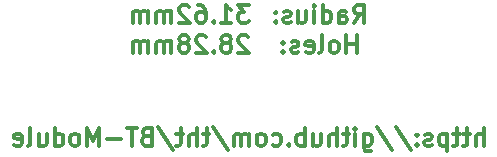
<source format=gbo>
G04 #@! TF.FileFunction,Legend,Bot*
%FSLAX46Y46*%
G04 Gerber Fmt 4.6, Leading zero omitted, Abs format (unit mm)*
G04 Created by KiCad (PCBNEW 4.0.5) date Sunday, 19 February 2017 'PMt' 17:43:15*
%MOMM*%
%LPD*%
G01*
G04 APERTURE LIST*
%ADD10C,0.100000*%
%ADD11C,0.300000*%
G04 APERTURE END LIST*
D10*
D11*
X114857145Y-79803571D02*
X114857145Y-78303571D01*
X114214288Y-79803571D02*
X114214288Y-79017857D01*
X114285717Y-78875000D01*
X114428574Y-78803571D01*
X114642859Y-78803571D01*
X114785717Y-78875000D01*
X114857145Y-78946429D01*
X113714288Y-78803571D02*
X113142859Y-78803571D01*
X113500002Y-78303571D02*
X113500002Y-79589286D01*
X113428574Y-79732143D01*
X113285716Y-79803571D01*
X113142859Y-79803571D01*
X112857145Y-78803571D02*
X112285716Y-78803571D01*
X112642859Y-78303571D02*
X112642859Y-79589286D01*
X112571431Y-79732143D01*
X112428573Y-79803571D01*
X112285716Y-79803571D01*
X111785716Y-78803571D02*
X111785716Y-80303571D01*
X111785716Y-78875000D02*
X111642859Y-78803571D01*
X111357145Y-78803571D01*
X111214288Y-78875000D01*
X111142859Y-78946429D01*
X111071430Y-79089286D01*
X111071430Y-79517857D01*
X111142859Y-79660714D01*
X111214288Y-79732143D01*
X111357145Y-79803571D01*
X111642859Y-79803571D01*
X111785716Y-79732143D01*
X110500002Y-79732143D02*
X110357145Y-79803571D01*
X110071430Y-79803571D01*
X109928573Y-79732143D01*
X109857145Y-79589286D01*
X109857145Y-79517857D01*
X109928573Y-79375000D01*
X110071430Y-79303571D01*
X110285716Y-79303571D01*
X110428573Y-79232143D01*
X110500002Y-79089286D01*
X110500002Y-79017857D01*
X110428573Y-78875000D01*
X110285716Y-78803571D01*
X110071430Y-78803571D01*
X109928573Y-78875000D01*
X109214287Y-79660714D02*
X109142859Y-79732143D01*
X109214287Y-79803571D01*
X109285716Y-79732143D01*
X109214287Y-79660714D01*
X109214287Y-79803571D01*
X109214287Y-78875000D02*
X109142859Y-78946429D01*
X109214287Y-79017857D01*
X109285716Y-78946429D01*
X109214287Y-78875000D01*
X109214287Y-79017857D01*
X107428573Y-78232143D02*
X108714287Y-80160714D01*
X105857144Y-78232143D02*
X107142858Y-80160714D01*
X104714286Y-78803571D02*
X104714286Y-80017857D01*
X104785715Y-80160714D01*
X104857143Y-80232143D01*
X105000000Y-80303571D01*
X105214286Y-80303571D01*
X105357143Y-80232143D01*
X104714286Y-79732143D02*
X104857143Y-79803571D01*
X105142857Y-79803571D01*
X105285715Y-79732143D01*
X105357143Y-79660714D01*
X105428572Y-79517857D01*
X105428572Y-79089286D01*
X105357143Y-78946429D01*
X105285715Y-78875000D01*
X105142857Y-78803571D01*
X104857143Y-78803571D01*
X104714286Y-78875000D01*
X104000000Y-79803571D02*
X104000000Y-78803571D01*
X104000000Y-78303571D02*
X104071429Y-78375000D01*
X104000000Y-78446429D01*
X103928572Y-78375000D01*
X104000000Y-78303571D01*
X104000000Y-78446429D01*
X103500000Y-78803571D02*
X102928571Y-78803571D01*
X103285714Y-78303571D02*
X103285714Y-79589286D01*
X103214286Y-79732143D01*
X103071428Y-79803571D01*
X102928571Y-79803571D01*
X102428571Y-79803571D02*
X102428571Y-78303571D01*
X101785714Y-79803571D02*
X101785714Y-79017857D01*
X101857143Y-78875000D01*
X102000000Y-78803571D01*
X102214285Y-78803571D01*
X102357143Y-78875000D01*
X102428571Y-78946429D01*
X100428571Y-78803571D02*
X100428571Y-79803571D01*
X101071428Y-78803571D02*
X101071428Y-79589286D01*
X101000000Y-79732143D01*
X100857142Y-79803571D01*
X100642857Y-79803571D01*
X100500000Y-79732143D01*
X100428571Y-79660714D01*
X99714285Y-79803571D02*
X99714285Y-78303571D01*
X99714285Y-78875000D02*
X99571428Y-78803571D01*
X99285714Y-78803571D01*
X99142857Y-78875000D01*
X99071428Y-78946429D01*
X98999999Y-79089286D01*
X98999999Y-79517857D01*
X99071428Y-79660714D01*
X99142857Y-79732143D01*
X99285714Y-79803571D01*
X99571428Y-79803571D01*
X99714285Y-79732143D01*
X98357142Y-79660714D02*
X98285714Y-79732143D01*
X98357142Y-79803571D01*
X98428571Y-79732143D01*
X98357142Y-79660714D01*
X98357142Y-79803571D01*
X96999999Y-79732143D02*
X97142856Y-79803571D01*
X97428570Y-79803571D01*
X97571428Y-79732143D01*
X97642856Y-79660714D01*
X97714285Y-79517857D01*
X97714285Y-79089286D01*
X97642856Y-78946429D01*
X97571428Y-78875000D01*
X97428570Y-78803571D01*
X97142856Y-78803571D01*
X96999999Y-78875000D01*
X96142856Y-79803571D02*
X96285714Y-79732143D01*
X96357142Y-79660714D01*
X96428571Y-79517857D01*
X96428571Y-79089286D01*
X96357142Y-78946429D01*
X96285714Y-78875000D01*
X96142856Y-78803571D01*
X95928571Y-78803571D01*
X95785714Y-78875000D01*
X95714285Y-78946429D01*
X95642856Y-79089286D01*
X95642856Y-79517857D01*
X95714285Y-79660714D01*
X95785714Y-79732143D01*
X95928571Y-79803571D01*
X96142856Y-79803571D01*
X94999999Y-79803571D02*
X94999999Y-78803571D01*
X94999999Y-78946429D02*
X94928571Y-78875000D01*
X94785713Y-78803571D01*
X94571428Y-78803571D01*
X94428571Y-78875000D01*
X94357142Y-79017857D01*
X94357142Y-79803571D01*
X94357142Y-79017857D02*
X94285713Y-78875000D01*
X94142856Y-78803571D01*
X93928571Y-78803571D01*
X93785713Y-78875000D01*
X93714285Y-79017857D01*
X93714285Y-79803571D01*
X91928571Y-78232143D02*
X93214285Y-80160714D01*
X91642856Y-78803571D02*
X91071427Y-78803571D01*
X91428570Y-78303571D02*
X91428570Y-79589286D01*
X91357142Y-79732143D01*
X91214284Y-79803571D01*
X91071427Y-79803571D01*
X90571427Y-79803571D02*
X90571427Y-78303571D01*
X89928570Y-79803571D02*
X89928570Y-79017857D01*
X89999999Y-78875000D01*
X90142856Y-78803571D01*
X90357141Y-78803571D01*
X90499999Y-78875000D01*
X90571427Y-78946429D01*
X89428570Y-78803571D02*
X88857141Y-78803571D01*
X89214284Y-78303571D02*
X89214284Y-79589286D01*
X89142856Y-79732143D01*
X88999998Y-79803571D01*
X88857141Y-79803571D01*
X87285713Y-78232143D02*
X88571427Y-80160714D01*
X86285712Y-79017857D02*
X86071426Y-79089286D01*
X85999998Y-79160714D01*
X85928569Y-79303571D01*
X85928569Y-79517857D01*
X85999998Y-79660714D01*
X86071426Y-79732143D01*
X86214284Y-79803571D01*
X86785712Y-79803571D01*
X86785712Y-78303571D01*
X86285712Y-78303571D01*
X86142855Y-78375000D01*
X86071426Y-78446429D01*
X85999998Y-78589286D01*
X85999998Y-78732143D01*
X86071426Y-78875000D01*
X86142855Y-78946429D01*
X86285712Y-79017857D01*
X86785712Y-79017857D01*
X85499998Y-78303571D02*
X84642855Y-78303571D01*
X85071426Y-79803571D02*
X85071426Y-78303571D01*
X84142855Y-79232143D02*
X82999998Y-79232143D01*
X82285712Y-79803571D02*
X82285712Y-78303571D01*
X81785712Y-79375000D01*
X81285712Y-78303571D01*
X81285712Y-79803571D01*
X80357140Y-79803571D02*
X80499998Y-79732143D01*
X80571426Y-79660714D01*
X80642855Y-79517857D01*
X80642855Y-79089286D01*
X80571426Y-78946429D01*
X80499998Y-78875000D01*
X80357140Y-78803571D01*
X80142855Y-78803571D01*
X79999998Y-78875000D01*
X79928569Y-78946429D01*
X79857140Y-79089286D01*
X79857140Y-79517857D01*
X79928569Y-79660714D01*
X79999998Y-79732143D01*
X80142855Y-79803571D01*
X80357140Y-79803571D01*
X78571426Y-79803571D02*
X78571426Y-78303571D01*
X78571426Y-79732143D02*
X78714283Y-79803571D01*
X78999997Y-79803571D01*
X79142855Y-79732143D01*
X79214283Y-79660714D01*
X79285712Y-79517857D01*
X79285712Y-79089286D01*
X79214283Y-78946429D01*
X79142855Y-78875000D01*
X78999997Y-78803571D01*
X78714283Y-78803571D01*
X78571426Y-78875000D01*
X77214283Y-78803571D02*
X77214283Y-79803571D01*
X77857140Y-78803571D02*
X77857140Y-79589286D01*
X77785712Y-79732143D01*
X77642854Y-79803571D01*
X77428569Y-79803571D01*
X77285712Y-79732143D01*
X77214283Y-79660714D01*
X76285711Y-79803571D02*
X76428569Y-79732143D01*
X76499997Y-79589286D01*
X76499997Y-78303571D01*
X75142855Y-79732143D02*
X75285712Y-79803571D01*
X75571426Y-79803571D01*
X75714283Y-79732143D01*
X75785712Y-79589286D01*
X75785712Y-79017857D01*
X75714283Y-78875000D01*
X75571426Y-78803571D01*
X75285712Y-78803571D01*
X75142855Y-78875000D01*
X75071426Y-79017857D01*
X75071426Y-79160714D01*
X75785712Y-79303571D01*
X94999999Y-67903571D02*
X94071428Y-67903571D01*
X94571428Y-68475000D01*
X94357142Y-68475000D01*
X94214285Y-68546429D01*
X94142856Y-68617857D01*
X94071428Y-68760714D01*
X94071428Y-69117857D01*
X94142856Y-69260714D01*
X94214285Y-69332143D01*
X94357142Y-69403571D01*
X94785714Y-69403571D01*
X94928571Y-69332143D01*
X94999999Y-69260714D01*
X92642857Y-69403571D02*
X93500000Y-69403571D01*
X93071428Y-69403571D02*
X93071428Y-67903571D01*
X93214285Y-68117857D01*
X93357143Y-68260714D01*
X93500000Y-68332143D01*
X92000000Y-69260714D02*
X91928572Y-69332143D01*
X92000000Y-69403571D01*
X92071429Y-69332143D01*
X92000000Y-69260714D01*
X92000000Y-69403571D01*
X90642857Y-67903571D02*
X90928571Y-67903571D01*
X91071428Y-67975000D01*
X91142857Y-68046429D01*
X91285714Y-68260714D01*
X91357143Y-68546429D01*
X91357143Y-69117857D01*
X91285714Y-69260714D01*
X91214286Y-69332143D01*
X91071428Y-69403571D01*
X90785714Y-69403571D01*
X90642857Y-69332143D01*
X90571428Y-69260714D01*
X90500000Y-69117857D01*
X90500000Y-68760714D01*
X90571428Y-68617857D01*
X90642857Y-68546429D01*
X90785714Y-68475000D01*
X91071428Y-68475000D01*
X91214286Y-68546429D01*
X91285714Y-68617857D01*
X91357143Y-68760714D01*
X89928572Y-68046429D02*
X89857143Y-67975000D01*
X89714286Y-67903571D01*
X89357143Y-67903571D01*
X89214286Y-67975000D01*
X89142857Y-68046429D01*
X89071429Y-68189286D01*
X89071429Y-68332143D01*
X89142857Y-68546429D01*
X90000000Y-69403571D01*
X89071429Y-69403571D01*
X88428572Y-69403571D02*
X88428572Y-68403571D01*
X88428572Y-68546429D02*
X88357144Y-68475000D01*
X88214286Y-68403571D01*
X88000001Y-68403571D01*
X87857144Y-68475000D01*
X87785715Y-68617857D01*
X87785715Y-69403571D01*
X87785715Y-68617857D02*
X87714286Y-68475000D01*
X87571429Y-68403571D01*
X87357144Y-68403571D01*
X87214286Y-68475000D01*
X87142858Y-68617857D01*
X87142858Y-69403571D01*
X86428572Y-69403571D02*
X86428572Y-68403571D01*
X86428572Y-68546429D02*
X86357144Y-68475000D01*
X86214286Y-68403571D01*
X86000001Y-68403571D01*
X85857144Y-68475000D01*
X85785715Y-68617857D01*
X85785715Y-69403571D01*
X85785715Y-68617857D02*
X85714286Y-68475000D01*
X85571429Y-68403571D01*
X85357144Y-68403571D01*
X85214286Y-68475000D01*
X85142858Y-68617857D01*
X85142858Y-69403571D01*
X94928571Y-70596429D02*
X94857142Y-70525000D01*
X94714285Y-70453571D01*
X94357142Y-70453571D01*
X94214285Y-70525000D01*
X94142856Y-70596429D01*
X94071428Y-70739286D01*
X94071428Y-70882143D01*
X94142856Y-71096429D01*
X94999999Y-71953571D01*
X94071428Y-71953571D01*
X93214285Y-71096429D02*
X93357143Y-71025000D01*
X93428571Y-70953571D01*
X93500000Y-70810714D01*
X93500000Y-70739286D01*
X93428571Y-70596429D01*
X93357143Y-70525000D01*
X93214285Y-70453571D01*
X92928571Y-70453571D01*
X92785714Y-70525000D01*
X92714285Y-70596429D01*
X92642857Y-70739286D01*
X92642857Y-70810714D01*
X92714285Y-70953571D01*
X92785714Y-71025000D01*
X92928571Y-71096429D01*
X93214285Y-71096429D01*
X93357143Y-71167857D01*
X93428571Y-71239286D01*
X93500000Y-71382143D01*
X93500000Y-71667857D01*
X93428571Y-71810714D01*
X93357143Y-71882143D01*
X93214285Y-71953571D01*
X92928571Y-71953571D01*
X92785714Y-71882143D01*
X92714285Y-71810714D01*
X92642857Y-71667857D01*
X92642857Y-71382143D01*
X92714285Y-71239286D01*
X92785714Y-71167857D01*
X92928571Y-71096429D01*
X92000000Y-71810714D02*
X91928572Y-71882143D01*
X92000000Y-71953571D01*
X92071429Y-71882143D01*
X92000000Y-71810714D01*
X92000000Y-71953571D01*
X91357143Y-70596429D02*
X91285714Y-70525000D01*
X91142857Y-70453571D01*
X90785714Y-70453571D01*
X90642857Y-70525000D01*
X90571428Y-70596429D01*
X90500000Y-70739286D01*
X90500000Y-70882143D01*
X90571428Y-71096429D01*
X91428571Y-71953571D01*
X90500000Y-71953571D01*
X89642857Y-71096429D02*
X89785715Y-71025000D01*
X89857143Y-70953571D01*
X89928572Y-70810714D01*
X89928572Y-70739286D01*
X89857143Y-70596429D01*
X89785715Y-70525000D01*
X89642857Y-70453571D01*
X89357143Y-70453571D01*
X89214286Y-70525000D01*
X89142857Y-70596429D01*
X89071429Y-70739286D01*
X89071429Y-70810714D01*
X89142857Y-70953571D01*
X89214286Y-71025000D01*
X89357143Y-71096429D01*
X89642857Y-71096429D01*
X89785715Y-71167857D01*
X89857143Y-71239286D01*
X89928572Y-71382143D01*
X89928572Y-71667857D01*
X89857143Y-71810714D01*
X89785715Y-71882143D01*
X89642857Y-71953571D01*
X89357143Y-71953571D01*
X89214286Y-71882143D01*
X89142857Y-71810714D01*
X89071429Y-71667857D01*
X89071429Y-71382143D01*
X89142857Y-71239286D01*
X89214286Y-71167857D01*
X89357143Y-71096429D01*
X88428572Y-71953571D02*
X88428572Y-70953571D01*
X88428572Y-71096429D02*
X88357144Y-71025000D01*
X88214286Y-70953571D01*
X88000001Y-70953571D01*
X87857144Y-71025000D01*
X87785715Y-71167857D01*
X87785715Y-71953571D01*
X87785715Y-71167857D02*
X87714286Y-71025000D01*
X87571429Y-70953571D01*
X87357144Y-70953571D01*
X87214286Y-71025000D01*
X87142858Y-71167857D01*
X87142858Y-71953571D01*
X86428572Y-71953571D02*
X86428572Y-70953571D01*
X86428572Y-71096429D02*
X86357144Y-71025000D01*
X86214286Y-70953571D01*
X86000001Y-70953571D01*
X85857144Y-71025000D01*
X85785715Y-71167857D01*
X85785715Y-71953571D01*
X85785715Y-71167857D02*
X85714286Y-71025000D01*
X85571429Y-70953571D01*
X85357144Y-70953571D01*
X85214286Y-71025000D01*
X85142858Y-71167857D01*
X85142858Y-71953571D01*
X103892857Y-69403571D02*
X104392857Y-68689286D01*
X104750000Y-69403571D02*
X104750000Y-67903571D01*
X104178572Y-67903571D01*
X104035714Y-67975000D01*
X103964286Y-68046429D01*
X103892857Y-68189286D01*
X103892857Y-68403571D01*
X103964286Y-68546429D01*
X104035714Y-68617857D01*
X104178572Y-68689286D01*
X104750000Y-68689286D01*
X102607143Y-69403571D02*
X102607143Y-68617857D01*
X102678572Y-68475000D01*
X102821429Y-68403571D01*
X103107143Y-68403571D01*
X103250000Y-68475000D01*
X102607143Y-69332143D02*
X102750000Y-69403571D01*
X103107143Y-69403571D01*
X103250000Y-69332143D01*
X103321429Y-69189286D01*
X103321429Y-69046429D01*
X103250000Y-68903571D01*
X103107143Y-68832143D01*
X102750000Y-68832143D01*
X102607143Y-68760714D01*
X101250000Y-69403571D02*
X101250000Y-67903571D01*
X101250000Y-69332143D02*
X101392857Y-69403571D01*
X101678571Y-69403571D01*
X101821429Y-69332143D01*
X101892857Y-69260714D01*
X101964286Y-69117857D01*
X101964286Y-68689286D01*
X101892857Y-68546429D01*
X101821429Y-68475000D01*
X101678571Y-68403571D01*
X101392857Y-68403571D01*
X101250000Y-68475000D01*
X100535714Y-69403571D02*
X100535714Y-68403571D01*
X100535714Y-67903571D02*
X100607143Y-67975000D01*
X100535714Y-68046429D01*
X100464286Y-67975000D01*
X100535714Y-67903571D01*
X100535714Y-68046429D01*
X99178571Y-68403571D02*
X99178571Y-69403571D01*
X99821428Y-68403571D02*
X99821428Y-69189286D01*
X99750000Y-69332143D01*
X99607142Y-69403571D01*
X99392857Y-69403571D01*
X99250000Y-69332143D01*
X99178571Y-69260714D01*
X98535714Y-69332143D02*
X98392857Y-69403571D01*
X98107142Y-69403571D01*
X97964285Y-69332143D01*
X97892857Y-69189286D01*
X97892857Y-69117857D01*
X97964285Y-68975000D01*
X98107142Y-68903571D01*
X98321428Y-68903571D01*
X98464285Y-68832143D01*
X98535714Y-68689286D01*
X98535714Y-68617857D01*
X98464285Y-68475000D01*
X98321428Y-68403571D01*
X98107142Y-68403571D01*
X97964285Y-68475000D01*
X97249999Y-69260714D02*
X97178571Y-69332143D01*
X97249999Y-69403571D01*
X97321428Y-69332143D01*
X97249999Y-69260714D01*
X97249999Y-69403571D01*
X97249999Y-68475000D02*
X97178571Y-68546429D01*
X97249999Y-68617857D01*
X97321428Y-68546429D01*
X97249999Y-68475000D01*
X97249999Y-68617857D01*
X104107143Y-71953571D02*
X104107143Y-70453571D01*
X104107143Y-71167857D02*
X103250000Y-71167857D01*
X103250000Y-71953571D02*
X103250000Y-70453571D01*
X102321428Y-71953571D02*
X102464286Y-71882143D01*
X102535714Y-71810714D01*
X102607143Y-71667857D01*
X102607143Y-71239286D01*
X102535714Y-71096429D01*
X102464286Y-71025000D01*
X102321428Y-70953571D01*
X102107143Y-70953571D01*
X101964286Y-71025000D01*
X101892857Y-71096429D01*
X101821428Y-71239286D01*
X101821428Y-71667857D01*
X101892857Y-71810714D01*
X101964286Y-71882143D01*
X102107143Y-71953571D01*
X102321428Y-71953571D01*
X100964285Y-71953571D02*
X101107143Y-71882143D01*
X101178571Y-71739286D01*
X101178571Y-70453571D01*
X99821429Y-71882143D02*
X99964286Y-71953571D01*
X100250000Y-71953571D01*
X100392857Y-71882143D01*
X100464286Y-71739286D01*
X100464286Y-71167857D01*
X100392857Y-71025000D01*
X100250000Y-70953571D01*
X99964286Y-70953571D01*
X99821429Y-71025000D01*
X99750000Y-71167857D01*
X99750000Y-71310714D01*
X100464286Y-71453571D01*
X99178572Y-71882143D02*
X99035715Y-71953571D01*
X98750000Y-71953571D01*
X98607143Y-71882143D01*
X98535715Y-71739286D01*
X98535715Y-71667857D01*
X98607143Y-71525000D01*
X98750000Y-71453571D01*
X98964286Y-71453571D01*
X99107143Y-71382143D01*
X99178572Y-71239286D01*
X99178572Y-71167857D01*
X99107143Y-71025000D01*
X98964286Y-70953571D01*
X98750000Y-70953571D01*
X98607143Y-71025000D01*
X97892857Y-71810714D02*
X97821429Y-71882143D01*
X97892857Y-71953571D01*
X97964286Y-71882143D01*
X97892857Y-71810714D01*
X97892857Y-71953571D01*
X97892857Y-71025000D02*
X97821429Y-71096429D01*
X97892857Y-71167857D01*
X97964286Y-71096429D01*
X97892857Y-71025000D01*
X97892857Y-71167857D01*
M02*

</source>
